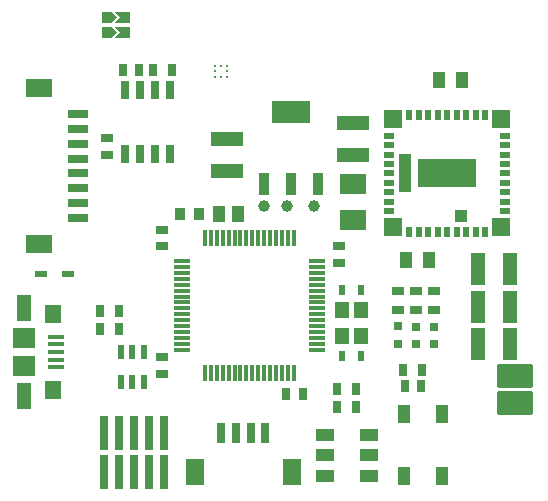
<source format=gtp>
G04*
G04 #@! TF.GenerationSoftware,Altium Limited,Altium Designer,21.0.8 (223)*
G04*
G04 Layer_Color=8421504*
%FSLAX25Y25*%
%MOIN*%
G70*
G04*
G04 #@! TF.SameCoordinates,4FC8230A-67FA-47FE-B716-792534C6144D*
G04*
G04*
G04 #@! TF.FilePolarity,Positive*
G04*
G01*
G75*
%ADD15C,0.03937*%
%ADD16R,0.03937X0.03150*%
%ADD17R,0.03150X0.03150*%
G04:AMPARAMS|DCode=18|XSize=118.11mil|YSize=78.74mil|CornerRadius=3.94mil|HoleSize=0mil|Usage=FLASHONLY|Rotation=0.000|XOffset=0mil|YOffset=0mil|HoleType=Round|Shape=RoundedRectangle|*
%AMROUNDEDRECTD18*
21,1,0.11811,0.07087,0,0,0.0*
21,1,0.11024,0.07874,0,0,0.0*
1,1,0.00787,0.05512,-0.03543*
1,1,0.00787,-0.05512,-0.03543*
1,1,0.00787,-0.05512,0.03543*
1,1,0.00787,0.05512,0.03543*
%
%ADD18ROUNDEDRECTD18*%
%ADD19R,0.02756X0.07087*%
%ADD20R,0.06299X0.08661*%
%ADD21R,0.08661X0.06299*%
%ADD22R,0.07087X0.02756*%
%ADD23R,0.03937X0.06102*%
%ADD24R,0.04528X0.05512*%
%ADD25R,0.01173X0.05807*%
%ADD26R,0.05807X0.01173*%
%ADD27C,0.01181*%
%ADD28R,0.04134X0.05512*%
%ADD29R,0.12598X0.07480*%
%ADD30R,0.03543X0.07480*%
%ADD31R,0.03937X0.12992*%
%ADD32R,0.04409X0.04134*%
%ADD33R,0.19685X0.09252*%
%ADD34R,0.03740X0.01968*%
%ADD35R,0.06496X0.06496*%
%ADD36R,0.01968X0.03740*%
%ADD37R,0.11102X0.05118*%
%ADD38R,0.08858X0.06890*%
%ADD39R,0.05118X0.11102*%
%ADD40R,0.02559X0.11221*%
%ADD41R,0.03150X0.03937*%
%ADD42R,0.02362X0.04528*%
%ADD43R,0.03858X0.03071*%
%ADD44R,0.03071X0.03858*%
%ADD45R,0.02559X0.06004*%
%ADD46R,0.05315X0.01575*%
%ADD47R,0.05512X0.06299*%
%ADD48R,0.05118X0.09055*%
%ADD49R,0.07480X0.07087*%
%ADD50R,0.04016X0.05787*%
%ADD51R,0.02126X0.03701*%
%ADD52R,0.04134X0.01968*%
%ADD53R,0.03543X0.03937*%
%ADD54R,0.06299X0.03937*%
G36*
X41224Y158031D02*
X35909D01*
X37878Y160000D01*
X35909Y161969D01*
X41224D01*
Y158031D01*
D02*
G37*
G36*
X36894Y160000D02*
X34925Y158031D01*
X31776D01*
Y161969D01*
X34925D01*
X36894Y160000D01*
D02*
G37*
G36*
X41224Y153032D02*
X35909D01*
X37878Y155000D01*
X35909Y156968D01*
X41224D01*
Y153032D01*
D02*
G37*
G36*
X36894Y155000D02*
X34925Y153032D01*
X31776D01*
Y156968D01*
X34925D01*
X36894Y155000D01*
D02*
G37*
D15*
X102500Y97000D02*
D03*
X86000D02*
D03*
X93500D02*
D03*
D16*
X142500Y62350D02*
D03*
Y68650D02*
D03*
X136500Y62350D02*
D03*
Y68650D02*
D03*
X130500Y62350D02*
D03*
Y68650D02*
D03*
D17*
X142500Y51047D02*
D03*
Y56953D02*
D03*
X136500Y51047D02*
D03*
Y56953D02*
D03*
X130493Y51110D02*
D03*
Y57016D02*
D03*
D18*
X169500Y31500D02*
D03*
Y40500D02*
D03*
D19*
X71618Y21342D02*
D03*
X76539D02*
D03*
X81461D02*
D03*
X86382D02*
D03*
D20*
X95240Y8350D02*
D03*
X62760D02*
D03*
D21*
X11000Y136583D02*
D03*
Y84417D02*
D03*
D22*
X23992Y93276D02*
D03*
Y98197D02*
D03*
Y103118D02*
D03*
Y108039D02*
D03*
Y112961D02*
D03*
Y117882D02*
D03*
Y122803D02*
D03*
Y127724D02*
D03*
D23*
X132701Y7165D02*
D03*
Y27835D02*
D03*
X145299Y7165D02*
D03*
Y27835D02*
D03*
D24*
X118150Y53669D02*
D03*
Y62331D02*
D03*
X111850D02*
D03*
Y53669D02*
D03*
D25*
X95764Y41409D02*
D03*
X93795D02*
D03*
X91827D02*
D03*
X89858D02*
D03*
X87890D02*
D03*
X85921D02*
D03*
X83953D02*
D03*
X81984D02*
D03*
X80016D02*
D03*
X78047D02*
D03*
X76079D02*
D03*
X74110D02*
D03*
X72142D02*
D03*
X70173D02*
D03*
X68205D02*
D03*
X66236D02*
D03*
Y86590D02*
D03*
X68205D02*
D03*
X70173D02*
D03*
X72142D02*
D03*
X74110D02*
D03*
X76079D02*
D03*
X78047D02*
D03*
X80016D02*
D03*
X81984D02*
D03*
X83953D02*
D03*
X85921D02*
D03*
X87890D02*
D03*
X89858D02*
D03*
X91827D02*
D03*
X93795D02*
D03*
X95764D02*
D03*
D26*
X58410Y49236D02*
D03*
Y51205D02*
D03*
Y53173D02*
D03*
Y55142D02*
D03*
Y57110D02*
D03*
Y59079D02*
D03*
Y61047D02*
D03*
Y63016D02*
D03*
Y64984D02*
D03*
Y66953D02*
D03*
Y68921D02*
D03*
Y70890D02*
D03*
Y72858D02*
D03*
Y74827D02*
D03*
Y76795D02*
D03*
Y78764D02*
D03*
X103591D02*
D03*
Y76795D02*
D03*
Y74827D02*
D03*
Y72858D02*
D03*
Y70890D02*
D03*
Y68921D02*
D03*
Y66953D02*
D03*
Y64984D02*
D03*
Y63016D02*
D03*
Y61047D02*
D03*
Y59079D02*
D03*
Y57110D02*
D03*
Y55142D02*
D03*
Y53173D02*
D03*
Y51205D02*
D03*
Y49236D02*
D03*
D27*
X73469Y143968D02*
D03*
Y142000D02*
D03*
Y140032D02*
D03*
X71500Y143968D02*
D03*
Y140032D02*
D03*
X69532Y143968D02*
D03*
Y142000D02*
D03*
Y140032D02*
D03*
X39500Y160000D02*
D03*
X33500D02*
D03*
X39500Y155000D02*
D03*
X33500D02*
D03*
D28*
X144260Y139000D02*
D03*
X151740D02*
D03*
X133260Y79000D02*
D03*
X140740D02*
D03*
D29*
X95000Y128508D02*
D03*
D30*
X104055Y104492D02*
D03*
X95000D02*
D03*
X85945D02*
D03*
D31*
X132827Y108000D02*
D03*
D32*
X151673Y93925D02*
D03*
D33*
X147000Y108000D02*
D03*
D34*
X166390Y120598D02*
D03*
Y117449D02*
D03*
Y114299D02*
D03*
Y111150D02*
D03*
Y108000D02*
D03*
Y104850D02*
D03*
Y101701D02*
D03*
Y98551D02*
D03*
Y95402D02*
D03*
X127610D02*
D03*
Y98551D02*
D03*
Y101701D02*
D03*
Y104850D02*
D03*
Y108000D02*
D03*
Y111150D02*
D03*
Y114299D02*
D03*
Y117449D02*
D03*
Y120598D02*
D03*
D35*
X165012Y89988D02*
D03*
X128988D02*
D03*
Y126012D02*
D03*
X165012D02*
D03*
D36*
X159598Y88610D02*
D03*
X156449D02*
D03*
X153299D02*
D03*
X150150D02*
D03*
X147000D02*
D03*
X143850D02*
D03*
X140701D02*
D03*
X137551D02*
D03*
X134402D02*
D03*
Y127390D02*
D03*
X137551D02*
D03*
X140701D02*
D03*
X143850D02*
D03*
X147000D02*
D03*
X150150D02*
D03*
X153299D02*
D03*
X156449D02*
D03*
X159598D02*
D03*
D37*
X115500Y124854D02*
D03*
Y114146D02*
D03*
X73500Y108646D02*
D03*
Y119354D02*
D03*
D38*
X115500Y92594D02*
D03*
Y104405D02*
D03*
D39*
X167854Y51000D02*
D03*
X157146D02*
D03*
X167854Y63500D02*
D03*
X157146D02*
D03*
X167854Y76000D02*
D03*
X157146D02*
D03*
D40*
X52500Y21595D02*
D03*
Y8405D02*
D03*
X47500Y21595D02*
D03*
Y8405D02*
D03*
X42500Y21595D02*
D03*
Y8405D02*
D03*
X37500Y21595D02*
D03*
Y8405D02*
D03*
X32500Y21595D02*
D03*
Y8405D02*
D03*
D41*
X132350Y42500D02*
D03*
X138650D02*
D03*
X55150Y142500D02*
D03*
X48850D02*
D03*
X31350Y62000D02*
D03*
X37650D02*
D03*
X31350Y56000D02*
D03*
X37650D02*
D03*
X116650Y30000D02*
D03*
X110350D02*
D03*
X116650Y36000D02*
D03*
X110350D02*
D03*
D42*
X38260Y48618D02*
D03*
X42000D02*
D03*
X45740D02*
D03*
Y38382D02*
D03*
X42000D02*
D03*
X38260D02*
D03*
D43*
X52000Y41244D02*
D03*
Y46756D02*
D03*
X33500Y119756D02*
D03*
Y114244D02*
D03*
X52000Y83744D02*
D03*
Y89256D02*
D03*
X111000Y78244D02*
D03*
Y83756D02*
D03*
D44*
X38744Y142500D02*
D03*
X44256D02*
D03*
X93244Y34500D02*
D03*
X98756D02*
D03*
X138256Y37000D02*
D03*
X132744D02*
D03*
D45*
X39500Y114323D02*
D03*
X44500D02*
D03*
X49500D02*
D03*
X54500D02*
D03*
Y135677D02*
D03*
X49500D02*
D03*
X44500D02*
D03*
X39500D02*
D03*
D46*
X16532Y43382D02*
D03*
Y53618D02*
D03*
Y51059D02*
D03*
Y48500D02*
D03*
Y45941D02*
D03*
D47*
X15646Y61098D02*
D03*
Y35902D02*
D03*
D48*
X6000Y63264D02*
D03*
Y33736D02*
D03*
D49*
Y53028D02*
D03*
Y43972D02*
D03*
D50*
X77150Y94500D02*
D03*
X70850D02*
D03*
D51*
X111850Y47000D02*
D03*
X118150D02*
D03*
Y69000D02*
D03*
X111850D02*
D03*
D52*
X11520Y74500D02*
D03*
X20480D02*
D03*
D53*
X64150Y94500D02*
D03*
X57850D02*
D03*
D54*
X120783Y7110D02*
D03*
Y14000D02*
D03*
Y20890D02*
D03*
X106217Y7110D02*
D03*
Y14000D02*
D03*
Y20890D02*
D03*
M02*

</source>
